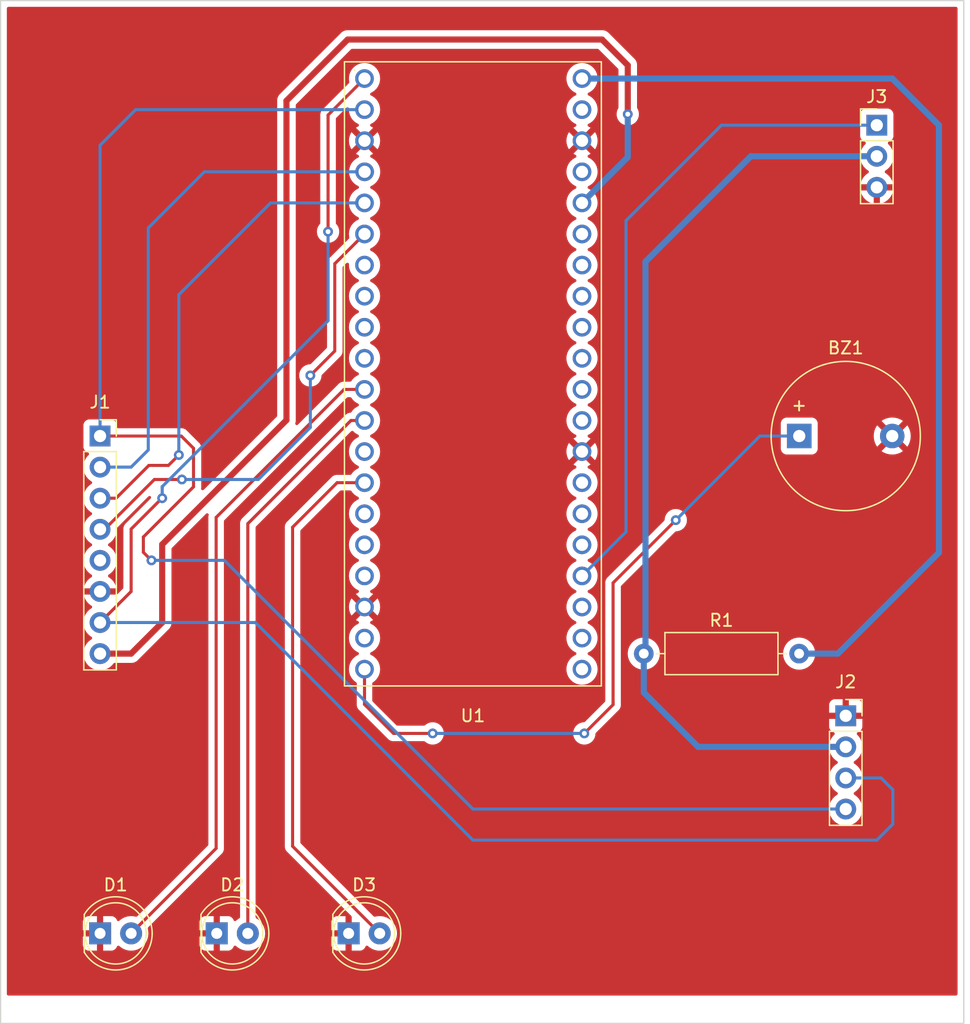
<source format=kicad_pcb>
(kicad_pcb (version 20211014) (generator pcbnew)
  (title_block (title "RFID Tracking") (date "2022-11-10") (company "Team Members") (comment 1 "Christian Fall") (comment 2 "Husain Alshemmari") (comment 3 "Abhishek Bhattiprolu") (comment 4 "Ayyappan Rajesh"))
  (layers (0 "F.Cu" signal) (31 "B.Cu" signal) (34 "B.Paste" user) (35 "F.Paste" user) (36 "B.SilkS" user "B.Silkscreen") (37 "F.SilkS" user "F.Silkscreen") (38 "B.Mask" user) (39 "F.Mask" user) (44 "Edge.Cuts" user))
  (net 0 "")
  (net 1 "Buzz")
  (net 2 "GND")
  (net 3 "LED1")
  (net 4 "SDA")
  (net 5 "SCLK")
  (net 6 "MOSI")
  (net 7 "MISO")
  (net 9 "RST")
  (net 10 "3.3")
  (net 11 "VCC")
  (net 12 "PWM")
  (net 13 "Net-(R1-Pad2)")
  (net 38 "LED2")
  (net 39 "LED3")
  (footprint "Resistor_THT:R_Axial_DIN0309_L9.0mm_D3.2mm_P12.70mm_Horizontal" (layer "F.Cu") (at 143.51 93.98)
    (fp_text reference "R1" (at 6.35 -2.72) (layer "F.SilkS"))
    (fp_text value "100")
    (fp_line (start 1.73 1.72) (end 10.97 1.72) (layer "F.SilkS") (width 0.12))
    (fp_line (start 10.97 -1.72) (end 1.73 -1.72) (layer "F.SilkS") (width 0.12))
    (fp_line (start 11.66 0) (end 10.97 0) (layer "F.SilkS") (width 0.12))
    (fp_line (start 10.97 1.72) (end 10.97 -1.72) (layer "F.SilkS") (width 0.12))
    (fp_line (start 1.04 0) (end 1.73 0) (layer "F.SilkS") (width 0.12))
    (fp_line (start 1.73 -1.72) (end 1.73 1.72) (layer "F.SilkS") (width 0.12))
    (pad "1" thru_hole circle (at 0 0) (size 1.6 1.6) (drill 0.8) (layers *.Cu *.Mask) (net 11 "VCC"))
    (pad "2" thru_hole oval (at 12.7 0) (size 1.6 1.6) (drill 0.8) (layers *.Cu *.Mask) (net 13 "Net-(R1-Pad2)"))
  )
  (footprint "Connector_PinSocket_2.54mm:PinSocket_1x08_P2.54mm_Vertical" (layer "F.Cu") (at 99.06 76.2)
    (fp_text reference "J1" (at 0 -2.77) (layer "F.SilkS"))
    (fp_text value "Conn_01x08_Female" hide)
    (fp_line (start -1.33 1.27) (end 1.33 1.27) (layer "F.SilkS") (width 0.12))
    (fp_line (start -1.33 1.27) (end -1.33 19.11) (layer "F.SilkS") (width 0.12))
    (fp_line (start 0 -1.33) (end 1.33 -1.33) (layer "F.SilkS") (width 0.12))
    (fp_line (start -1.33 19.11) (end 1.33 19.11) (layer "F.SilkS") (width 0.12))
    (fp_line (start 1.33 -1.33) (end 1.33 0) (layer "F.SilkS") (width 0.12))
    (fp_line (start 1.33 1.27) (end 1.33 19.11) (layer "F.SilkS") (width 0.12))
    (pad "1" thru_hole rect (at 0 0) (size 1.7 1.7) (drill 1) (layers *.Cu *.Mask) (net 4 "SDA"))
    (pad "2" thru_hole oval (at 0 2.54) (size 1.7 1.7) (drill 1) (layers *.Cu *.Mask) (net 5 "SCLK"))
    (pad "3" thru_hole oval (at 0 5.08) (size 1.7 1.7) (drill 1) (layers *.Cu *.Mask) (net 6 "MOSI"))
    (pad "4" thru_hole oval (at 0 7.62) (size 1.7 1.7) (drill 1) (layers *.Cu *.Mask) (net 7 "MISO"))
    (pad "5" thru_hole oval (at 0 10.16) (size 1.7 1.7) (drill 1) (layers *.Cu *.Mask))
    (pad "6" thru_hole oval (at 0 12.7) (size 1.7 1.7) (drill 1) (layers *.Cu *.Mask) (net 2 "GND"))
    (pad "7" thru_hole oval (at 0 15.24) (size 1.7 1.7) (drill 1) (layers *.Cu *.Mask) (net 9 "RST"))
    (pad "8" thru_hole oval (at 0 17.78) (size 1.7 1.7) (drill 1) (layers *.Cu *.Mask) (net 10 "3.3"))
  )
  (footprint "Connector_PinHeader_2.54mm:PinHeader_1x03_P2.54mm_Vertical" (layer "F.Cu") (at 162.56 50.8)
    (fp_text reference "J3" (at 0 -2.33) (layer "F.SilkS"))
    (fp_text value "Conn_01x03_Male" hide)
    (fp_line (start 1.33 1.27) (end 1.33 6.41) (layer "F.SilkS") (width 0.12))
    (fp_line (start -1.33 1.27) (end -1.33 6.41) (layer "F.SilkS") (width 0.12))
    (fp_line (start -1.33 6.41) (end 1.33 6.41) (layer "F.SilkS") (width 0.12))
    (fp_line (start -1.33 1.27) (end 1.33 1.27) (layer "F.SilkS") (width 0.12))
    (fp_line (start -1.33 -1.33) (end 0 -1.33) (layer "F.SilkS") (width 0.12))
    (fp_line (start -1.33 0) (end -1.33 -1.33) (layer "F.SilkS") (width 0.12))
    (pad "1" thru_hole rect (at 0 0) (size 1.7 1.7) (drill 1) (layers *.Cu *.Mask) (net 12 "PWM"))
    (pad "2" thru_hole oval (at 0 2.54) (size 1.7 1.7) (drill 1) (layers *.Cu *.Mask) (net 11 "VCC"))
    (pad "3" thru_hole oval (at 0 5.08) (size 1.7 1.7) (drill 1) (layers *.Cu *.Mask) (net 2 "GND"))
  )
  (footprint "Connector_PinSocket_2.54mm:PinSocket_1x04_P2.54mm_Vertical" (layer "F.Cu") (at 160.02 99.06)
    (fp_text reference "J2" (at 0 -2.77) (layer "F.SilkS"))
    (fp_text value "Conn_01x04_Female" hide)
    (fp_line (start -1.33 8.95) (end 1.33 8.95) (layer "F.SilkS") (width 0.12))
    (fp_line (start 1.33 1.27) (end 1.33 8.95) (layer "F.SilkS") (width 0.12))
    (fp_line (start -1.33 1.27) (end 1.33 1.27) (layer "F.SilkS") (width 0.12))
    (fp_line (start -1.33 1.27) (end -1.33 8.95) (layer "F.SilkS") (width 0.12))
    (fp_line (start 1.33 -1.33) (end 1.33 0) (layer "F.SilkS") (width 0.12))
    (fp_line (start 0 -1.33) (end 1.33 -1.33) (layer "F.SilkS") (width 0.12))
    (pad "1" thru_hole rect (at 0 0) (size 1.7 1.7) (drill 1) (layers *.Cu *.Mask) (net 2 "GND"))
    (pad "2" thru_hole oval (at 0 2.54) (size 1.7 1.7) (drill 1) (layers *.Cu *.Mask) (net 11 "VCC"))
    (pad "3" thru_hole oval (at 0 5.08) (size 1.7 1.7) (drill 1) (layers *.Cu *.Mask) (net 9 "RST"))
    (pad "4" thru_hole oval (at 0 7.62) (size 1.7 1.7) (drill 1) (layers *.Cu *.Mask) (net 4 "SDA"))
  )
  (footprint "Buzzer_Beeper:Buzzer_12x9.5RM7.6" (layer "F.Cu") (at 156.22 76.2)
    (fp_text reference "BZ1" (at 3.8 -7.2) (layer "F.SilkS"))
    (fp_text value "Buzzer" hide)
    (fp_text user "+" (at -0.01 -2.54) (layer "F.SilkS"))
    (fp_circle (center 3.8 0) (end 9.9 0) (layer "F.SilkS") (width 0.12) (fill none))
    (pad "1" thru_hole rect (at 0 0) (size 2 2) (drill 1) (layers *.Cu *.Mask) (net 1 "Buzz"))
    (pad "2" thru_hole circle (at 7.6 0) (size 2 2) (drill 1) (layers *.Cu *.Mask) (net 2 "GND"))
  )
  (footprint "LED_THT:LED_D5.0mm" (layer "F.Cu") (at 108.6 116.84)
    (fp_text reference "D2" (at 1.27 -3.96) (layer "F.SilkS"))
    (fp_text value "LED")
    (fp_line (start -1.29 -1.545) (end -1.29 1.545) (layer "F.SilkS") (width 0.12))
    (fp_arc (start -1.29 -1.54483) (mid 2.072002 -2.880433) (end 4.26 0.000462) (layer "F.SilkS") (width 0.12))
    (fp_arc (start 4.26 -0.000462) (mid 2.072002 2.880433) (end -1.29 1.54483) (layer "F.SilkS") (width 0.12))
    (fp_circle (center 1.27 0) (end 3.77 0) (layer "F.SilkS") (width 0.12) (fill none))
    (pad "1" thru_hole rect (at 0 0) (size 1.8 1.8) (drill 0.9) (layers *.Cu *.Mask) (net 2 "GND"))
    (pad "2" thru_hole circle (at 2.54 0) (size 1.8 1.8) (drill 0.9) (layers *.Cu *.Mask) (net 38 "LED2"))
  )
  (footprint "PicoPCB:PicoPCB" (layer "F.Cu") (at 129.54 71.12)
    (fp_text reference "U1" (at 0 27.94 unlocked) (layer "F.SilkS"))
    (fp_text value "Pico")
    (fp_line (start -10.5 -25.5) (end -10.5 25.5) (layer "F.SilkS") (width 0.12))
    (fp_line (start -10.5 25.5) (end 10.5 25.5) (layer "F.SilkS") (width 0.12))
    (fp_line (start -9.66 -24.83) (end -9.66 -24.81) (layer "F.SilkS") (width 0.12))
    (fp_line (start 10.5 -25.5) (end 10.5 25.5) (layer "F.SilkS") (width 0.12))
    (fp_line (start -10.5 -25.5) (end 10.5 -25.5) (layer "F.SilkS") (width 0.12))
    (pad "1" thru_hole circle (at -8.86 -24.13) (size 1.524 1.524) (drill 1) (layers *.Cu *.Mask) (net 9 "RST"))
    (pad "2" thru_hole circle (at -8.86 -21.59) (size 1.524 1.524) (drill 1) (layers *.Cu *.Mask) (net 4 "SDA"))
    (pad "3" thru_hole circle (at -8.86 -19.05) (size 1.524 1.524) (drill 1) (layers *.Cu *.Mask) (net 2 "GND"))
    (pad "4" thru_hole circle (at -8.85 -16.51) (size 1.524 1.524) (drill 1) (layers *.Cu *.Mask) (net 5 "SCLK"))
    (pad "5" thru_hole circle (at -8.86 -13.97) (size 1.524 1.524) (drill 1) (layers *.Cu *.Mask) (net 6 "MOSI"))
    (pad "6" thru_hole circle (at -8.86 -11.43) (size 1.524 1.524) (drill 1) (layers *.Cu *.Mask) (net 7 "MISO"))
    (pad "7" thru_hole circle (at -8.86 -8.89) (size 1.524 1.524) (drill 1) (layers *.Cu *.Mask))
    (pad "8" thru_hole circle (at -8.86 -6.35) (size 1.524 1.524) (drill 1) (layers *.Cu *.Mask))
    (pad "9" thru_hole circle (at -8.86 -3.81) (size 1.524 1.524) (drill 1) (layers *.Cu *.Mask))
    (pad "10" thru_hole circle (at -8.86 -1.27) (size 1.524 1.524) (drill 1) (layers *.Cu *.Mask))
    (pad "11" thru_hole circle (at -8.86 1.27) (size 1.524 1.524) (drill 1) (layers *.Cu *.Mask) (net 3 "LED1"))
    (pad "12" thru_hole circle (at -8.86 3.81) (size 1.524 1.524) (drill 1) (layers *.Cu *.Mask) (net 38 "LED2"))
    (pad "13" thru_hole circle (at -8.86 6.35) (size 1.524 1.524) (drill 1) (layers *.Cu *.Mask))
    (pad "14" thru_hole circle (at -8.86 8.89) (size 1.524 1.524) (drill 1) (layers *.Cu *.Mask) (net 39 "LED3"))
    (pad "15" thru_hole circle (at -8.86 11.43) (size 1.524 1.524) (drill 1) (layers *.Cu *.Mask))
    (pad "16" thru_hole circle (at -8.86 13.97) (size 1.524 1.524) (drill 1) (layers *.Cu *.Mask))
    (pad "17" thru_hole circle (at -8.86 16.51) (size 1.524 1.524) (drill 1) (layers *.Cu *.Mask))
    (pad "18" thru_hole circle (at -8.86 19.05) (size 1.524 1.524) (drill 1) (layers *.Cu *.Mask) (net 2 "GND"))
    (pad "19" thru_hole circle (at -8.86 21.59) (size 1.524 1.524) (drill 1) (layers *.Cu *.Mask))
    (pad "20" thru_hole circle (at -8.86 24.13) (size 1.524 1.524) (drill 1) (layers *.Cu *.Mask) (net 1 "Buzz"))
    (pad "21" thru_hole circle (at 8.92 24.13) (size 1.524 1.524) (drill 1) (layers *.Cu *.Mask))
    (pad "22" thru_hole circle (at 8.92 21.59) (size 1.524 1.524) (drill 1) (layers *.Cu *.Mask))
    (pad "23" thru_hole circle (at 8.92 19.05) (size 1.524 1.524) (drill 1) (layers *.Cu *.Mask))
    (pad "24" thru_hole circle (at 8.92 16.51) (size 1.524 1.524) (drill 1) (layers *.Cu *.Mask) (net 12 "PWM"))
    (pad "25" thru_hole circle (at 8.92 13.97) (size 1.524 1.524) (drill 1) (layers *.Cu *.Mask))
    (pad "26" thru_hole circle (at 8.92 11.43) (size 1.524 1.524) (drill 1) (layers *.Cu *.Mask))
    (pad "27" thru_hole circle (at 8.92 8.89) (size 1.524 1.524) (drill 1) (layers *.Cu *.Mask))
    (pad "28" thru_hole circle (at 8.92 6.35) (size 1.524 1.524) (drill 1) (layers *.Cu *.Mask) (net 2 "GND"))
    (pad "29" thru_hole circle (at 8.92 3.81) (size 1.524 1.524) (drill 1) (layers *.Cu *.Mask))
    (pad "30" thru_hole circle (at 8.92 1.27) (size 1.524 1.524) (drill 1) (layers *.Cu *.Mask))
    (pad "31" thru_hole circle (at 8.92 -1.27) (size 1.524 1.524) (drill 1) (layers *.Cu *.Mask))
    (pad "32" thru_hole circle (at 8.92 -3.81) (size 1.524 1.524) (drill 1) (layers *.Cu *.Mask))
    (pad "33" thru_hole circle (at 8.92 -6.35) (size 1.524 1.524) (drill 1) (layers *.Cu *.Mask))
    (pad "34" thru_hole circle (at 8.92 -8.89) (size 1.524 1.524) (drill 1) (layers *.Cu *.Mask))
    (pad "35" thru_hole circle (at 8.92 -11.43) (size 1.524 1.524) (drill 1) (layers *.Cu *.Mask))
    (pad "36" thru_hole circle (at 8.92 -13.97) (size 1.524 1.524) (drill 1) (layers *.Cu *.Mask) (net 10 "3.3"))
    (pad "37" thru_hole circle (at 8.92 -16.51) (size 1.524 1.524) (drill 1) (layers *.Cu *.Mask))
    (pad "38" thru_hole circle (at 8.92 -19.05) (size 1.524 1.524) (drill 1) (layers *.Cu *.Mask) (net 2 "GND"))
    (pad "39" thru_hole circle (at 8.92 -21.59) (size 1.524 1.524) (drill 1) (layers *.Cu *.Mask))
    (pad "40" thru_hole circle (at 8.92 -24.13) (size 1.524 1.524) (drill 1) (layers *.Cu *.Mask) (net 13 "Net-(R1-Pad2)"))
  )
  (footprint "LED_THT:LED_D5.0mm" (layer "F.Cu") (at 99.06 116.84)
    (fp_text reference "D1" (at 1.27 -3.96) (layer "F.SilkS"))
    (fp_text value "LED")
    (fp_line (start -1.29 -1.545) (end -1.29 1.545) (layer "F.SilkS") (width 0.12))
    (fp_arc (start -1.29 -1.54483) (mid 2.072002 -2.880433) (end 4.26 0.000462) (layer "F.SilkS") (width 0.12))
    (fp_arc (start 4.26 -0.000462) (mid 2.072002 2.880433) (end -1.29 1.54483) (layer "F.SilkS") (width 0.12))
    (fp_circle (center 1.27 0) (end 3.77 0) (layer "F.SilkS") (width 0.12) (fill none))
    (pad "1" thru_hole rect (at 0 0) (size 1.8 1.8) (drill 0.9) (layers *.Cu *.Mask) (net 2 "GND"))
    (pad "2" thru_hole circle (at 2.54 0) (size 1.8 1.8) (drill 0.9) (layers *.Cu *.Mask) (net 3 "LED1"))
  )
  (footprint "LED_THT:LED_D5.0mm" (layer "F.Cu") (at 119.38 116.84)
    (fp_text reference "D3" (at 1.27 -3.96) (layer "F.SilkS"))
    (fp_text value "LED")
    (fp_line (start -1.29 -1.545) (end -1.29 1.545) (layer "F.SilkS") (width 0.12))
    (fp_arc (start -1.29 -1.54483) (mid 2.072002 -2.880433) (end 4.26 0.000462) (layer "F.SilkS") (width 0.12))
    (fp_arc (start 4.26 -0.000462) (mid 2.072002 2.880433) (end -1.29 1.54483) (layer "F.SilkS") (width 0.12))
    (fp_circle (center 1.27 0) (end 3.77 0) (layer "F.SilkS") (width 0.12) (fill none))
    (pad "1" thru_hole rect (at 0 0) (size 1.8 1.8) (drill 0.9) (layers *.Cu *.Mask) (net 2 "GND"))
    (pad "2" thru_hole circle (at 2.54 0) (size 1.8 1.8) (drill 0.9) (layers *.Cu *.Mask) (net 39 "LED3"))
  )
  (gr_rect (start 169.67 40.62) (end 90.93 124.2) (layer "Edge.Cuts") (width 0.1) (fill none))
  (segment (start 141.1 88.1) (end 146.125 83.075) (width 0.25) (layer "F.Cu") (net 1))
  (segment (start 120.68 95.25) (end 120.68 98.13) (width 0.25) (layer "F.Cu") (net 1))
  (segment (start 141 88.2) (end 141.1 88.1) (width 0.25) (layer "F.Cu") (net 1))
  (segment (start 141 98) (end 141 88.2) (width 0.25) (layer "F.Cu") (net 1))
  (segment (start 120.8 98.25) (end 123.05 100.5) (width 0.25) (layer "F.Cu") (net 1))
  (segment (start 141 98.15) (end 141 98) (width 0.25) (layer "F.Cu") (net 1))
  (segment (start 123.05 100.5) (end 126.25 100.5) (width 0.25) (layer "F.Cu") (net 1))
  (segment (start 138.65 100.5) (end 141 98.15) (width 0.25) (layer "F.Cu") (net 1))
  (segment (start 120.68 98.13) (end 120.8 98.25) (width 0.25) (layer "F.Cu") (net 1))
  (via (at 126.25 100.5) (size 0.8) (drill 0.4) (layers "F.Cu" "B.Cu") (net 1))
  (via (at 138.65 100.5) (size 0.8) (drill 0.4) (layers "F.Cu" "B.Cu") (net 1))
  (via (at 146.125 83.075) (size 0.8) (drill 0.4) (layers "F.Cu" "B.Cu") (net 1))
  (segment (start 146.125 83.075) (end 153 76.2) (width 0.25) (layer "B.Cu") (net 1))
  (segment (start 153 76.2) (end 156.22 76.2) (width 0.25) (layer "B.Cu") (net 1))
  (segment (start 126.25 100.5) (end 138.65 100.5) (width 0.25) (layer "B.Cu") (net 1))
  (segment (start 108.55 109.89) (end 101.6 116.84) (width 0.25) (layer "F.Cu") (net 3))
  (segment (start 120.68 72.39) (end 119.01 72.39) (width 0.25) (layer "F.Cu") (net 3))
  (segment (start 119.01 72.39) (end 108.55 82.85) (width 0.25) (layer "F.Cu") (net 3))
  (segment (start 108.55 82.85) (end 108.55 109.89) (width 0.25) (layer "F.Cu") (net 3))
  (segment (start 102.6 84.45) (end 106.7 80.35) (width 0.25) (layer "F.Cu") (net 4))
  (segment (start 103.261701 86.36) (end 103.26 86.36) (width 0.25) (layer "F.Cu") (net 4))
  (segment (start 105.7 76.2) (end 99.06 76.2) (width 0.25) (layer "F.Cu") (net 4))
  (segment (start 102.6 85.7) (end 102.6 84.45) (width 0.25) (layer "F.Cu") (net 4))
  (segment (start 103.26 86.36) (end 102.6 85.7) (width 0.25) (layer "F.Cu") (net 4))
  (segment (start 106.7 77.2) (end 105.7 76.2) (width 0.25) (layer "F.Cu") (net 4))
  (segment (start 106.7 80.35) (end 106.7 77.2) (width 0.25) (layer "F.Cu") (net 4))
  (via (at 103.261701 86.36) (size 0.8) (drill 0.4) (layers "F.Cu" "B.Cu") (net 4))
  (segment (start 109.221802 86.36) (end 129.54 106.678198) (width 0.25) (layer "B.Cu") (net 4))
  (segment (start 99.06 52.44) (end 99.06 76.2) (width 0.25) (layer "B.Cu") (net 4))
  (segment (start 101.97 49.53) (end 99.06 52.44) (width 0.25) (layer "B.Cu") (net 4))
  (segment (start 120.68 49.53) (end 101.97 49.53) (width 0.25) (layer "B.Cu") (net 4))
  (segment (start 103.261701 86.36) (end 109.221802 86.36) (width 0.25) (layer "B.Cu") (net 4))
  (segment (start 129.54 106.678198) (end 160.02 106.678198) (width 0.25) (layer "B.Cu") (net 4))
  (segment (start 107.59 54.61) (end 103 59.2) (width 0.25) (layer "B.Cu") (net 5))
  (segment (start 120.69 54.61) (end 107.59 54.61) (width 0.25) (layer "B.Cu") (net 5))
  (segment (start 101.6 78.74) (end 99.06 78.74) (width 0.25) (layer "B.Cu") (net 5))
  (segment (start 103 59.2) (end 103 77.34) (width 0.25) (layer "B.Cu") (net 5))
  (segment (start 103 77.34) (end 101.6 78.74) (width 0.25) (layer "B.Cu") (net 5))
  (segment (start 104.65 78.6) (end 103.05 78.6) (width 0.25) (layer "F.Cu") (net 6))
  (segment (start 105.5 77.75) (end 104.65 78.6) (width 0.25) (layer "F.Cu") (net 6))
  (segment (start 100.37 81.28) (end 99.06 81.28) (width 0.25) (layer "F.Cu") (net 6))
  (segment (start 103.05 78.6) (end 100.37 81.28) (width 0.25) (layer "F.Cu") (net 6))
  (via (at 105.5 77.75) (size 0.8) (drill 0.4) (layers "F.Cu" "B.Cu") (net 6))
  (segment (start 113 57.15) (end 105.5 64.65) (width 0.25) (layer "B.Cu") (net 6))
  (segment (start 120.68 57.15) (end 113 57.15) (width 0.25) (layer "B.Cu") (net 6))
  (segment (start 105.5 64.65) (end 105.5 77.75) (width 0.25) (layer "B.Cu") (net 6))
  (segment (start 99.06 83.82) (end 99.43 83.82) (width 0.25) (layer "F.Cu") (net 7))
  (segment (start 116.25 71.25) (end 118.25 69.25) (width 0.25) (layer "F.Cu") (net 7))
  (segment (start 99.43 83.82) (end 103.5 79.75) (width 0.25) (layer "F.Cu") (net 7))
  (segment (start 118.25 62.12) (end 120.68 59.69) (width 0.25) (layer "F.Cu") (net 7))
  (segment (start 118.25 69.25) (end 118.25 62.12) (width 0.25) (layer "F.Cu") (net 7))
  (segment (start 103.5 79.75) (end 105.75 79.75) (width 0.25) (layer "F.Cu") (net 7))
  (via (at 105.75 79.75) (size 0.8) (drill 0.4) (layers "F.Cu" "B.Cu") (net 7))
  (via (at 116.25 71.25) (size 0.8) (drill 0.4) (layers "F.Cu" "B.Cu") (net 7))
  (segment (start 112 79.75) (end 116.25 75.5) (width 0.25) (layer "B.Cu") (net 7))
  (segment (start 105.75 79.75) (end 112 79.75) (width 0.25) (layer "B.Cu") (net 7))
  (segment (start 116.25 75.5) (end 116.25 71.25) (width 0.25) (layer "B.Cu") (net 7))
  (segment (start 117.7 59.5) (end 117.7 49.97) (width 0.25) (layer "F.Cu") (net 9))
  (segment (start 101.6 83.8) (end 101.6 88.9) (width 0.25) (layer "F.Cu") (net 9))
  (segment (start 101.6 88.9) (end 99.06 91.44) (width 0.25) (layer "F.Cu") (net 9))
  (segment (start 117.7 49.97) (end 120.68 46.99) (width 0.25) (layer "F.Cu") (net 9))
  (segment (start 104.12 81.28) (end 101.6 83.8) (width 0.25) (layer "F.Cu") (net 9))
  (segment (start 104.14 81.28) (end 104.12 81.28) (width 0.25) (layer "F.Cu") (net 9))
  (via (at 117.7 59.5) (size 0.8) (drill 0.4) (layers "F.Cu" "B.Cu") (net 9))
  (via (at 104.14 81.28) (size 0.8) (drill 0.4) (layers "F.Cu" "B.Cu") (net 9))
  (segment (start 104.14 81.28) (end 104.14 80.44) (width 0.25) (layer "B.Cu") (net 9))
  (segment (start 111.76 91.438198) (end 111.76 91.44) (width 0.25) (layer "B.Cu") (net 9))
  (segment (start 163.87 105.1) (end 162.91 104.14) (width 0.25) (layer "B.Cu") (net 9))
  (segment (start 129.54 109.22) (end 162.56 109.22) (width 0.25) (layer "B.Cu") (net 9))
  (segment (start 111.76 91.44) (end 129.54 109.22) (width 0.25) (layer "B.Cu") (net 9))
  (segment (start 162.56 109.22) (end 163.87 107.91) (width 0.25) (layer "B.Cu") (net 9))
  (segment (start 99.06 91.438198) (end 111.76 91.438198) (width 0.25) (layer "B.Cu") (net 9))
  (segment (start 104.14 80.44) (end 104.14 80.34) (width 0.25) (layer "B.Cu") (net 9))
  (segment (start 104.14 80.334695) (end 117.7 66.774695) (width 0.25) (layer "B.Cu") (net 9))
  (segment (start 104.14 80.44) (end 104.14 80.334695) (width 0.25) (layer "B.Cu") (net 9))
  (segment (start 163.87 107.91) (end 163.87 105.1) (width 0.25) (layer "B.Cu") (net 9))
  (segment (start 162.91 104.14) (end 160.02 104.14) (width 0.25) (layer "B.Cu") (net 9))
  (segment (start 117.7 66.774695) (end 117.7 59.5) (width 0.25) (layer "B.Cu") (net 9))
  (segment (start 119.3 43.8) (end 140.1 43.8) (width 0.5) (layer "F.Cu") (net 10))
  (segment (start 114.3 48.8) (end 119.3 43.8) (width 0.5) (layer "F.Cu") (net 10))
  (segment (start 104.14 91.44) (end 104.14 85.06) (width 0.5) (layer "F.Cu") (net 10))
  (segment (start 140.1 43.8) (end 142.2 45.9) (width 0.5) (layer "F.Cu") (net 10))
  (segment (start 142.2 45.9) (end 142.2 49.9) (width 0.5) (layer "F.Cu") (net 10))
  (segment (start 114.3 74.9) (end 114.3 48.8) (width 0.5) (layer "F.Cu") (net 10))
  (segment (start 101.601802 93.978198) (end 104.14 91.44) (width 0.5) (layer "F.Cu") (net 10))
  (segment (start 99.06 93.978198) (end 101.601802 93.978198) (width 0.5) (layer "F.Cu") (net 10))
  (segment (start 104.14 85.06) (end 114.3 74.9) (width 0.5) (layer "F.Cu") (net 10))
  (via (at 142.2 49.9) (size 0.8) (drill 0.4) (layers "F.Cu" "B.Cu") (net 10))
  (segment (start 142.2 53.41) (end 138.46 57.15) (width 0.5) (layer "B.Cu") (net 10))
  (segment (start 142.2 49.9) (end 142.2 53.41) (width 0.5) (layer "B.Cu") (net 10))
  (segment (start 160.02 101.598198) (end 147.954099 101.598198) (width 0.5) (layer "B.Cu") (net 11))
  (segment (start 143.51 97.154099) (end 143.51 93.978198) (width 0.5) (layer "B.Cu") (net 11))
  (segment (start 143.65 93.84) (end 143.51 93.98) (width 0.5) (layer "B.Cu") (net 11))
  (segment (start 143.65 61.95) (end 143.65 93.84) (width 0.5) (layer "B.Cu") (net 11))
  (segment (start 152.261802 53.338198) (end 143.65 61.95) (width 0.5) (layer "B.Cu") (net 11))
  (segment (start 147.954099 101.598198) (end 143.51 97.154099) (width 0.5) (layer "B.Cu") (net 11))
  (segment (start 162.56 53.338198) (end 152.261802 53.338198) (width 0.5) (layer "B.Cu") (net 11))
  (segment (start 162.56 50.798198) (end 149.860901 50.798198) (width 0.25) (layer "B.Cu") (net 12))
  (segment (start 142.058802 58.600297) (end 142.058802 84.029396) (width 0.25) (layer "B.Cu") (net 12))
  (segment (start 149.860901 50.798198) (end 142.058802 58.600297) (width 0.25) (layer "B.Cu") (net 12))
  (segment (start 142.058802 84.029396) (end 138.46 87.628198) (width 0.25) (layer "B.Cu") (net 12))
  (segment (start 167.64 50.8) (end 167.64 85.724099) (width 0.5) (layer "B.Cu") (net 13))
  (segment (start 167.64 85.724099) (end 159.385901 93.978198) (width 0.5) (layer "B.Cu") (net 13))
  (segment (start 159.385901 93.978198) (end 156.21 93.978198) (width 0.5) (layer "B.Cu") (net 13))
  (segment (start 138.46 46.988198) (end 163.828198 46.988198) (width 0.5) (layer "B.Cu") (net 13))
  (segment (start 163.828198 46.988198) (end 167.64 50.8) (width 0.5) (layer "B.Cu") (net 13))
  (segment (start 111.14 83.36) (end 111.14 116.84) (width 0.25) (layer "F.Cu") (net 38))
  (segment (start 119.57 74.93) (end 111.14 83.36) (width 0.25) (layer "F.Cu") (net 38))
  (segment (start 120.68 74.93) (end 119.57 74.93) (width 0.25) (layer "F.Cu") (net 38))
  (segment (start 118.44 80.01) (end 114.8 83.65) (width 0.25) (layer "F.Cu") (net 39))
  (segment (start 114.8 109.72) (end 121.92 116.84) (width 0.25) (layer "F.Cu") (net 39))
  (segment (start 120.68 80.01) (end 118.44 80.01) (width 0.25) (layer "F.Cu") (net 39))
  (segment (start 114.8 83.65) (end 114.8 109.72) (width 0.25) (layer "F.Cu") (net 39))
  (zone (net 2) (net_name "GND") (layer "F.Cu") (connect_pads (clearance 0.508)) (min_thickness 0.254) (fill yes (thermal_gap 0.508) (thermal_bridge_width 0.508))
    (polygon (pts (xy 170.18 40.64) (xy 170.18 121.92) (xy 91.44 121.92) (xy 91.44 40.64)))
  )
)
</source>
